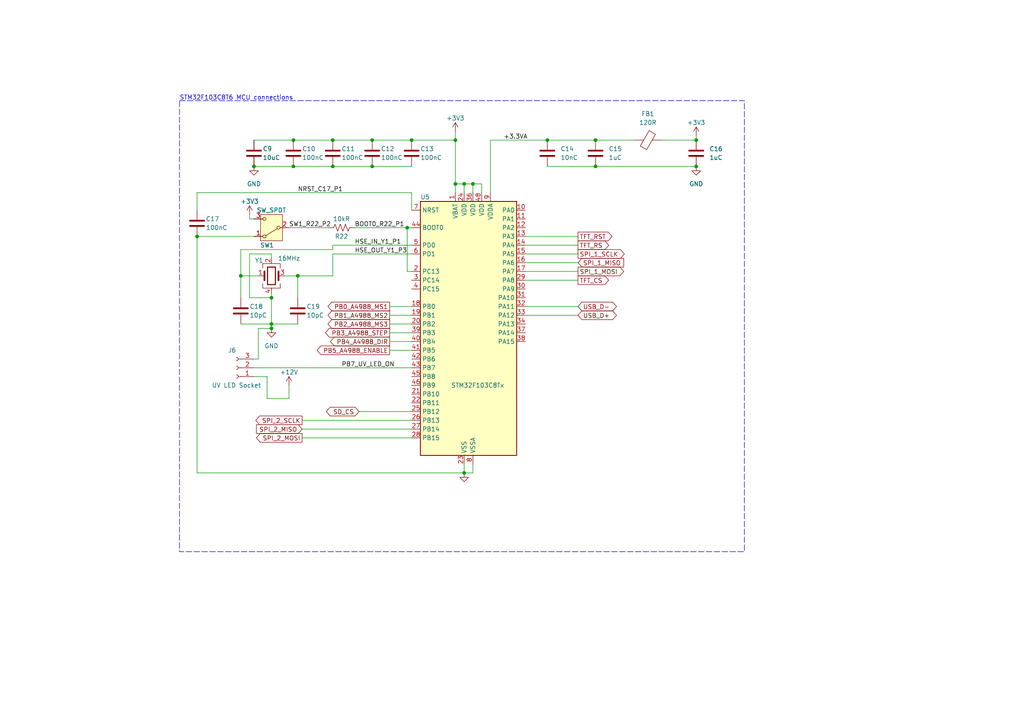
<source format=kicad_sch>
(kicad_sch (version 20230121) (generator eeschema)
  (paper "A4")
  (title_block (title "STM32F103C8T6_MCU") (date "2024-02-27") (rev "1.0") (company "Sidharth Sreeram"))
  (lib_symbols
    (symbol "Connector:Conn_01x03_Socket" (pin_names (offset 1.016) hide)
      (property "Reference" "J" (at 0 5.08 0))
      (property "Value" "Conn_01x03_Socket" (at 0 -5.08 0))
      (symbol "Conn_01x03_Socket_1_1"
        (arc (start 0 -2.032) (mid -0.5058 -2.54) (end 0 -3.048) (stroke (width 0.1524)))
        (polyline (pts (xy -1.27 -2.54) (xy -0.508 -2.54)) (stroke (width 0.1524)))
        (polyline (pts (xy -1.27 0) (xy -0.508 0)) (stroke (width 0.1524)))
        (polyline (pts (xy -1.27 2.54) (xy -0.508 2.54)) (stroke (width 0.1524)))
        (arc (start 0 0.508) (mid -0.5058 0) (end 0 -0.508) (stroke (width 0.1524)))
        (arc (start 0 3.048) (mid -0.5058 2.54) (end 0 2.032) (stroke (width 0.1524)))
        (pin passive line (at -5.08 2.54 0) (length 3.81) (name "Pin_1") (number "1"))
        (pin passive line (at -5.08 0 0) (length 3.81) (name "Pin_2") (number "2"))
        (pin passive line (at -5.08 -2.54 0) (length 3.81) (name "Pin_3") (number "3"))
      )
    )
    (symbol "Device:C" (pin_numbers hide) (pin_names (offset 0.254))
      (property "Reference" "C" (at 0.635 2.54 0))
      (property "Value" "C" (at 0.635 -2.54 0))
      (symbol "C_0_1"
        (polyline (pts (xy -2.032 -0.762) (xy 2.032 -0.762)) (stroke (width 0.508)))
        (polyline (pts (xy -2.032 0.762) (xy 2.032 0.762)) (stroke (width 0.508)))
      )
      (symbol "C_1_1"
        (pin passive line (at 0 3.81 270) (length 2.794) (name "~") (number "1"))
        (pin passive line (at 0 -3.81 90) (length 2.794) (name "~") (number "2"))
      )
    )
    (symbol "Device:Crystal_GND24" (pin_names (offset 1.016) hide)
      (property "Reference" "Y" (at 3.175 5.08 0))
      (property "Value" "Crystal_GND24" (at 3.175 3.175 0))
      (symbol "Crystal_GND24_0_1"
        (rectangle (start -1.143 2.54) (end 1.143 -2.54) (stroke (width 0.3048)))
        (polyline (pts (xy -2.54 0) (xy -2.032 0)))
        (polyline (pts (xy -2.032 -1.27) (xy -2.032 1.27)) (stroke (width 0.508)))
        (polyline (pts (xy 0 -3.81) (xy 0 -3.556)))
        (polyline (pts (xy 0 3.556) (xy 0 3.81)))
        (polyline (pts (xy 2.032 -1.27) (xy 2.032 1.27)) (stroke (width 0.508)))
        (polyline (pts (xy 2.032 0) (xy 2.54 0)))
        (polyline (pts (xy -2.54 -2.286) (xy -2.54 -3.556) (xy 2.54 -3.556) (xy 2.54 -2.286)))
        (polyline (pts (xy -2.54 2.286) (xy -2.54 3.556) (xy 2.54 3.556) (xy 2.54 2.286)))
      )
      (symbol "Crystal_GND24_1_1"
        (pin passive line (at -3.81 0 0) (length 1.27) (name "1") (number "1"))
        (pin passive line (at 0 5.08 270) (length 1.27) (name "2") (number "2"))
        (pin passive line (at 3.81 0 180) (length 1.27) (name "3") (number "3"))
        (pin passive line (at 0 -5.08 90) (length 1.27) (name "4") (number "4"))
      )
    )
    (symbol "Device:FerriteBead" (pin_numbers hide) (pin_names (offset 0))
      (property "Reference" "FB" (at -3.81 0.635 90))
      (property "Value" "FerriteBead" (at 3.81 0 90))
      (symbol "FerriteBead_0_1"
        (polyline (pts (xy 0 -1.27) (xy 0 -1.2192)))
        (polyline (pts (xy 0 1.27) (xy 0 1.2954)))
        (polyline (pts (xy -2.7686 0.4064) (xy -1.7018 2.2606) (xy 2.7686 -0.3048) (xy 1.6764 -2.159) (xy -2.7686 0.4064)))
      )
      (symbol "FerriteBead_1_1"
        (pin passive line (at 0 3.81 270) (length 2.54) (name "~") (number "1"))
        (pin passive line (at 0 -3.81 90) (length 2.54) (name "~") (number "2"))
      )
    )
    (symbol "Device:R_US" (pin_numbers hide) (pin_names (offset 0))
      (property "Reference" "R" (at 2.54 0 90))
      (property "Value" "R_US" (at -2.54 0 90))
      (symbol "R_US_0_1"
        (polyline (pts (xy 0 -2.286) (xy 0 -2.54)))
        (polyline (pts (xy 0 2.286) (xy 0 2.54)))
        (polyline (pts (xy 0 -0.762) (xy 1.016 -1.143) (xy 0 -1.524) (xy -1.016 -1.905) (xy 0 -2.286)))
        (polyline (pts (xy 0 0.762) (xy 1.016 0.381) (xy 0 0) (xy -1.016 -0.381) (xy 0 -0.762)))
        (polyline (pts (xy 0 2.286) (xy 1.016 1.905) (xy 0 1.524) (xy -1.016 1.143) (xy 0 0.762)))
      )
      (symbol "R_US_1_1"
        (pin passive line (at 0 3.81 270) (length 1.27) (name "~") (number "1"))
        (pin passive line (at 0 -3.81 90) (length 1.27) (name "~") (number "2"))
      )
    )
    (symbol "MCU_ST_STM32F1:STM32F103C8Tx"
      (property "Reference" "U" (at -12.7 39.37 0))
      (property "Value" "STM32F103C8Tx" (at 10.16 39.37 0))
      (symbol "STM32F103C8Tx_0_1"
        (rectangle (start -12.7 -35.56) (end 15.24 38.1) (stroke (width 0.254)) (fill (type background)))
      )
      (symbol "STM32F103C8Tx_1_1"
        (pin power_in line (at -2.54 40.64 270) (length 2.54) (name "VBAT") (number "1"))
        (pin bidirectional line (at 17.78 35.56 180) (length 2.54) (name "PA0") (number "10"))
        (pin bidirectional line (at 17.78 33.02 180) (length 2.54) (name "PA1") (number "11"))
        (pin bidirectional line (at 17.78 30.48 180) (length 2.54) (name "PA2") (number "12"))
        (pin bidirectional line (at 17.78 27.94 180) (length 2.54) (name "PA3") (number "13"))
        (pin bidirectional line (at 17.78 25.4 180) (length 2.54) (name "PA4") (number "14"))
        (pin bidirectional line (at 17.78 22.86 180) (length 2.54) (name "PA5") (number "15"))
        (pin bidirectional line (at 17.78 20.32 180) (length 2.54) (name "PA6") (number "16"))
        (pin bidirectional line (at 17.78 17.78 180) (length 2.54) (name "PA7") (number "17"))
        (pin bidirectional line (at -15.24 7.62 0) (length 2.54) (name "PB0") (number "18"))
        (pin bidirectional line (at -15.24 5.08 0) (length 2.54) (name "PB1") (number "19"))
        (pin bidirectional line (at -15.24 17.78 0) (length 2.54) (name "PC13") (number "2"))
        (pin bidirectional line (at -15.24 2.54 0) (length 2.54) (name "PB2") (number "20"))
        (pin bidirectional line (at -15.24 -17.78 0) (length 2.54) (name "PB10") (number "21"))
        (pin bidirectional line (at -15.24 -20.32 0) (length 2.54) (name "PB11") (number "22"))
        (pin power_in line (at 0 -38.1 90) (length 2.54) (name "VSS") (number "23"))
        (pin power_in line (at 0 40.64 270) (length 2.54) (name "VDD") (number "24"))
        (pin bidirectional line (at -15.24 -22.86 0) (length 2.54) (name "PB12") (number "25"))
        (pin bidirectional line (at -15.24 -25.4 0) (length 2.54) (name "PB13") (number "26"))
        (pin bidirectional line (at -15.24 -27.94 0) (length 2.54) (name "PB14") (number "27"))
        (pin bidirectional line (at -15.24 -30.48 0) (length 2.54) (name "PB15") (number "28"))
        (pin bidirectional line (at 17.78 15.24 180) (length 2.54) (name "PA8") (number "29"))
        (pin bidirectional line (at -15.24 15.24 0) (length 2.54) (name "PC14") (number "3"))
        (pin bidirectional line (at 17.78 12.7 180) (length 2.54) (name "PA9") (number "30"))
        (pin bidirectional line (at 17.78 10.16 180) (length 2.54) (name "PA10") (number "31"))
        (pin bidirectional line (at 17.78 7.62 180) (length 2.54) (name "PA11") (number "32"))
        (pin bidirectional line (at 17.78 5.08 180) (length 2.54) (name "PA12") (number "33"))
        (pin bidirectional line (at 17.78 2.54 180) (length 2.54) (name "PA13") (number "34"))
        (pin passive line (at 0 -38.1 90) (length 2.54) hide (name "VSS") (number "35"))
        (pin power_in line (at 2.54 40.64 270) (length 2.54) (name "VDD") (number "36"))
        (pin bidirectional line (at 17.78 0 180) (length 2.54) (name "PA14") (number "37"))
        (pin bidirectional line (at 17.78 -2.54 180) (length 2.54) (name "PA15") (number "38"))
        (pin bidirectional line (at -15.24 0 0) (length 2.54) (name "PB3") (number "39"))
        (pin bidirectional line (at -15.24 12.7 0) (length 2.54) (name "PC15") (number "4"))
        (pin bidirectional line (at -15.24 -2.54 0) (length 2.54) (name "PB4") (number "40"))
        (pin bidirectional line (at -15.24 -5.08 0) (length 2.54) (name "PB5") (number "41"))
        (pin bidirectional line (at -15.24 -7.62 0) (length 2.54) (name "PB6") (number "42"))
        (pin bidirectional line (at -15.24 -10.16 0) (length 2.54) (name "PB7") (number "43"))
        (pin input line (at -15.24 30.48 0) (length 2.54) (name "BOOT0") (number "44"))
        (pin bidirectional line (at -15.24 -12.7 0) (length 2.54) (name "PB8") (number "45"))
        (pin bidirectional line (at -15.24 -15.24 0) (length 2.54) (name "PB9") (number "46"))
        (pin passive line (at 0 -38.1 90) (length 2.54) hide (name "VSS") (number "47"))
        (pin power_in line (at 5.08 40.64 270) (length 2.54) (name "VDD") (number "48"))
        (pin bidirectional line (at -15.24 25.4 0) (length 2.54) (name "PD0") (number "5"))
        (pin bidirectional line (at -15.24 22.86 0) (length 2.54) (name "PD1") (number "6"))
        (pin input line (at -15.24 35.56 0) (length 2.54) (name "NRST") (number "7"))
        (pin power_in line (at 2.54 -38.1 90) (length 2.54) (name "VSSA") (number "8"))
        (pin power_in line (at 7.62 40.64 270) (length 2.54) (name "VDDA") (number "9"))
      )
    )
    (symbol "Switch:SW_SPDT" (pin_names (offset 0) hide)
      (property "Reference" "SW" (at 0 5.08 0))
      (property "Value" "SW_SPDT" (at 0 -5.08 0))
      (symbol "SW_SPDT_0_1"
        (circle (center -2.032 0) (radius 0.4572))
        (polyline (pts (xy -1.651 0.254) (xy 1.651 2.286)))
        (circle (center 2.032 -2.54) (radius 0.4572))
        (circle (center 2.032 2.54) (radius 0.4572))
      )
      (symbol "SW_SPDT_1_1"
        (rectangle (start -3.175 3.81) (end 3.175 -3.81) (fill (type background)))
        (pin passive line (at 5.08 2.54 180) (length 2.54) (name "A") (number "1"))
        (pin passive line (at -5.08 0 0) (length 2.54) (name "B") (number "2"))
        (pin passive line (at 5.08 -2.54 180) (length 2.54) (name "C") (number "3"))
      )
    )
    (symbol "power:+12V" (power) (pin_names (offset 0))
      (property "Value" "+12V" (at 0 3.556 0))
      (symbol "+12V_0_1"
        (polyline (pts (xy -0.762 1.27) (xy 0 2.54)))
        (polyline (pts (xy 0 0) (xy 0 2.54)))
        (polyline (pts (xy 0 2.54) (xy 0.762 1.27)))
      )
      (symbol "+12V_1_1"
        (pin power_in line (at 0 0 90) (length 0) hide (name "+12V") (number "1"))
      )
    )
    (symbol "power:+3V3" (power) (pin_names (offset 0))
      (property "Value" "+3V3" (at 0 3.556 0))
      (symbol "+3V3_0_1"
        (polyline (pts (xy -0.762 1.27) (xy 0 2.54)))
        (polyline (pts (xy 0 0) (xy 0 2.54)))
        (polyline (pts (xy 0 2.54) (xy 0.762 1.27)))
      )
      (symbol "+3V3_1_1"
        (pin power_in line (at 0 0 90) (length 0) hide (name "+3V3") (number "1"))
      )
    )
    (symbol "power:GND" (power) (pin_names (offset 0))
      (property "Value" "GND" (at 0 -3.81 0))
      (symbol "GND_0_1"
        (polyline (pts (xy 0 0) (xy 0 -1.27) (xy 1.27 -1.27) (xy 0 -2.54) (xy -1.27 -1.27) (xy 0 -1.27)))
      )
      (symbol "GND_1_1"
        (pin power_in line (at 0 0 270) (length 0) hide (name "GND") (number "1"))
      )
    )
  )
  (junction (at 132.08 53.34))
  (junction (at 96.52 48.26))
  (junction (at 201.93 48.26))
  (junction (at 172.72 40.64))
  (junction (at 78.74 95.25))
  (junction (at 172.72 48.26))
  (junction (at 85.09 40.64))
  (junction (at 119.38 40.64))
  (junction (at 118.11 66.04))
  (junction (at 158.75 40.64))
  (junction (at 57.15 68.58))
  (junction (at 96.52 40.64))
  (junction (at 85.09 48.26))
  (junction (at 69.85 80.01))
  (junction (at 78.74 93.98))
  (junction (at 137.16 53.34))
  (junction (at 78.74 86.36))
  (junction (at 132.08 40.64))
  (junction (at 201.93 40.64))
  (junction (at 134.62 53.34))
  (junction (at 107.95 48.26))
  (junction (at 134.62 137.16))
  (junction (at 86.36 80.01))
  (junction (at 107.95 40.64))
  (junction (at 73.66 48.26))
  (wire (pts (xy 118.11 78.74) (xy 119.38 78.74)))
  (wire (pts (xy 134.62 53.34) (xy 134.62 55.88)))
  (wire (pts (xy 119.38 40.64) (xy 132.08 40.64)))
  (wire (pts (xy 73.66 109.22) (xy 77.47 109.22)))
  (wire (pts (xy 73.66 48.26) (xy 85.09 48.26)))
  (wire (pts (xy 119.38 124.46) (xy 87.63 124.46)))
  (wire (pts (xy 78.74 93.98) (xy 86.36 93.98)))
  (wire (pts (xy 119.38 55.88) (xy 119.38 60.96)))
  (wire (pts (xy 191.77 40.64) (xy 201.93 40.64)))
  (wire (pts (xy 77.47 109.22) (xy 77.47 115.57)))
  (wire (pts (xy 119.38 127) (xy 87.63 127)))
  (wire (pts (xy 134.62 53.34) (xy 137.16 53.34)))
  (wire (pts (xy 73.66 106.68) (xy 119.38 106.68)))
  (wire (pts (xy 78.74 73.66) (xy 72.39 73.66)))
  (wire (pts (xy 85.09 48.26) (xy 96.52 48.26)))
  (wire (pts (xy 152.4 71.12) (xy 167.64 71.12)))
  (wire (pts (xy 77.47 115.57) (xy 83.82 115.57)))
  (wire (pts (xy 82.55 80.01) (xy 86.36 80.01)))
  (wire (pts (xy 152.4 78.74) (xy 167.64 78.74)))
  (wire (pts (xy 152.4 91.44) (xy 167.64 91.44)))
  (wire (pts (xy 137.16 137.16) (xy 137.16 134.62)))
  (wire (pts (xy 132.08 53.34) (xy 134.62 53.34)))
  (wire (pts (xy 74.93 104.14) (xy 74.93 95.25)))
  (wire (pts (xy 119.38 119.38) (xy 104.14 119.38)))
  (wire (pts (xy 102.87 66.04) (xy 118.11 66.04)))
  (wire (pts (xy 57.15 137.16) (xy 134.62 137.16)))
  (wire (pts (xy 134.62 137.16) (xy 134.62 134.62)))
  (wire (pts (xy 113.03 96.52) (xy 119.38 96.52)))
  (wire (pts (xy 73.66 63.5) (xy 72.39 63.5)))
  (wire (pts (xy 96.52 72.39) (xy 96.52 71.12)))
  (wire (pts (xy 69.85 80.01) (xy 69.85 72.39)))
  (wire (pts (xy 118.11 66.04) (xy 119.38 66.04)))
  (wire (pts (xy 83.82 66.04) (xy 95.25 66.04)))
  (wire (pts (xy 69.85 93.98) (xy 78.74 93.98)))
  (wire (pts (xy 152.4 81.28) (xy 167.64 81.28)))
  (wire (pts (xy 86.36 80.01) (xy 96.52 80.01)))
  (wire (pts (xy 119.38 88.9) (xy 113.03 88.9)))
  (wire (pts (xy 152.4 76.2) (xy 167.64 76.2)))
  (wire (pts (xy 113.03 99.06) (xy 119.38 99.06)))
  (wire (pts (xy 152.4 73.66) (xy 167.64 73.66)))
  (wire (pts (xy 57.15 68.58) (xy 57.15 137.16)))
  (wire (pts (xy 78.74 93.98) (xy 78.74 95.25)))
  (wire (pts (xy 83.82 111.76) (xy 83.82 115.57)))
  (wire (pts (xy 57.15 55.88) (xy 119.38 55.88)))
  (wire (pts (xy 172.72 48.26) (xy 201.93 48.26)))
  (wire (pts (xy 201.93 39.37) (xy 201.93 40.64)))
  (wire (pts (xy 139.7 53.34) (xy 139.7 55.88)))
  (wire (pts (xy 85.09 40.64) (xy 96.52 40.64)))
  (wire (pts (xy 74.93 104.14) (xy 73.66 104.14)))
  (wire (pts (xy 78.74 74.93) (xy 78.74 73.66)))
  (wire (pts (xy 134.62 137.16) (xy 137.16 137.16)))
  (wire (pts (xy 119.38 121.92) (xy 87.63 121.92)))
  (wire (pts (xy 137.16 53.34) (xy 137.16 55.88)))
  (wire (pts (xy 152.4 88.9) (xy 167.64 88.9)))
  (wire (pts (xy 118.11 66.04) (xy 118.11 78.74)))
  (wire (pts (xy 96.52 73.66) (xy 119.38 73.66)))
  (wire (pts (xy 73.66 40.64) (xy 85.09 40.64)))
  (wire (pts (xy 107.95 40.64) (xy 119.38 40.64)))
  (wire (pts (xy 158.75 48.26) (xy 172.72 48.26)))
  (wire (pts (xy 57.15 68.58) (xy 73.66 68.58)))
  (wire (pts (xy 96.52 71.12) (xy 119.38 71.12)))
  (wire (pts (xy 107.95 48.26) (xy 119.38 48.26)))
  (wire (pts (xy 72.39 73.66) (xy 72.39 86.36)))
  (wire (pts (xy 74.93 95.25) (xy 78.74 95.25)))
  (wire (pts (xy 69.85 80.01) (xy 74.93 80.01)))
  (wire (pts (xy 158.75 40.64) (xy 172.72 40.64)))
  (wire (pts (xy 69.85 72.39) (xy 96.52 72.39)))
  (wire (pts (xy 78.74 86.36) (xy 78.74 85.09)))
  (wire (pts (xy 113.03 101.6) (xy 119.38 101.6)))
  (wire (pts (xy 142.24 40.64) (xy 158.75 40.64)))
  (wire (pts (xy 132.08 40.64) (xy 132.08 53.34)))
  (wire (pts (xy 86.36 80.01) (xy 86.36 86.36)))
  (wire (pts (xy 152.4 68.58) (xy 167.64 68.58)))
  (wire (pts (xy 96.52 48.26) (xy 107.95 48.26)))
  (wire (pts (xy 78.74 93.98) (xy 78.74 86.36)))
  (wire (pts (xy 113.03 93.98) (xy 119.38 93.98)))
  (wire (pts (xy 132.08 38.1) (xy 132.08 40.64)))
  (wire (pts (xy 69.85 80.01) (xy 69.85 86.36)))
  (wire (pts (xy 113.03 91.44) (xy 119.38 91.44)))
  (wire (pts (xy 137.16 53.34) (xy 139.7 53.34)))
  (wire (pts (xy 57.15 55.88) (xy 57.15 60.96)))
  (wire (pts (xy 72.39 86.36) (xy 78.74 86.36)))
  (wire (pts (xy 96.52 80.01) (xy 96.52 73.66)))
  (wire (pts (xy 96.52 40.64) (xy 107.95 40.64)))
  (wire (pts (xy 142.24 40.64) (xy 142.24 55.88)))
  (wire (pts (xy 132.08 53.34) (xy 132.08 55.88)))
  (wire (pts (xy 72.39 62.23) (xy 72.39 63.5)))
  (wire (pts (xy 172.72 40.64) (xy 184.15 40.64)))
  (rectangle (start 52.07 29.21) (end 215.9 160.02) (stroke (width 0) (type dash)))
  (text "STM32F103C8T6 MCU connections" (at 52.07 29.21 0) (effects (font (size 1.27 1.27)) (justify left bottom)))
  (label "PB7_UV_LED_ON" (at 99.06 106.68 0))
  (label "SW1_R22_P2" (at 83.82 66.04 0))
  (label "HSE_IN_Y1_P1" (at 102.87 71.12 0))
  (label "BOOT0_R22_P1" (at 102.87 66.04 0))
  (label "NRST_C17_P1" (at 86.36 55.88 0))
  (label "+3.3VA" (at 146.05 40.64 0))
  (label "HSE_OUT_Y1_P3" (at 102.87 73.66 0))
  (global_label "SPI_2_MISO" (shape input) (at 87.63 124.46 180) (property "Intersheetrefs" "${INTERSHEET_REFS}" (effects hide)))
  (global_label "PB4_A4988_DIR" (shape output) (at 113.03 99.06 180) (property "Intersheetrefs" "${INTERSHEET_REFS}" (effects hide)))
  (global_label "SD_CS" (shape bidirectional) (at 104.14 119.38 180) (property "Intersheetrefs" "${INTERSHEET_REFS}" (effects hide)))
  (global_label "TFT_RST" (shape output) (at 167.64 68.58 0) (property "Intersheetrefs" "${INTERSHEET_REFS}" (effects hide)))
  (global_label "PB0_A4988_MS1" (shape output) (at 113.03 88.9 180) (property "Intersheetrefs" "${INTERSHEET_REFS}" (effects hide)))
  (global_label "TFT_CS" (shape output) (at 167.64 81.28 0) (property "Intersheetrefs" "${INTERSHEET_REFS}" (effects hide)))
  (global_label "SPI_1_SCLK" (shape output) (at 167.64 73.66 0) (property "Intersheetrefs" "${INTERSHEET_REFS}" (effects hide)))
  (global_label "TFT_RS" (shape output) (at 167.64 71.12 0) (property "Intersheetrefs" "${INTERSHEET_REFS}" (effects hide)))
  (global_label "USB_D+" (shape bidirectional) (at 167.64 91.44 0) (property "Intersheetrefs" "${INTERSHEET_REFS}" (effects hide)))
  (global_label "SPI_2_MOSI" (shape output) (at 87.63 127 180) (property "Intersheetrefs" "${INTERSHEET_REFS}" (effects hide)))
  (global_label "USB_D-" (shape bidirectional) (at 167.64 88.9 0) (property "Intersheetrefs" "${INTERSHEET_REFS}" (effects hide)))
  (global_label "PB3_A4988_STEP" (shape output) (at 113.03 96.52 180) (property "Intersheetrefs" "${INTERSHEET_REFS}" (effects hide)))
  (global_label "SPI_1_MISO" (shape input) (at 167.64 76.2 0) (property "Intersheetrefs" "${INTERSHEET_REFS}" (effects hide)))
  (global_label "SPI_1_MOSI" (shape output) (at 167.64 78.74 0) (property "Intersheetrefs" "${INTERSHEET_REFS}" (effects hide)))
  (global_label "PB1_A4988_MS2" (shape output) (at 113.03 91.44 180) (property "Intersheetrefs" "${INTERSHEET_REFS}" (effects hide)))
  (global_label "PB2_A4988_MS3" (shape output) (at 113.03 93.98 180) (property "Intersheetrefs" "${INTERSHEET_REFS}" (effects hide)))
  (global_label "PB5_A4988_ENABLE" (shape output) (at 113.03 101.6 180) (property "Intersheetrefs" "${INTERSHEET_REFS}" (effects hide)))
  (global_label "SPI_2_SCLK" (shape output) (at 87.63 121.92 180) (property "Intersheetrefs" "${INTERSHEET_REFS}" (effects hide)))
  (symbol (lib_id "Device:C") (at 73.66 44.45 0) (unit 1)
    (property "Reference" "C9" (at 76.2 43.18 0) (effects (justify left)))
    (property "Value" "10uC" (at 76.2 45.72 0) (effects (justify left)))
  )
  (symbol (lib_id "Device:C") (at 201.93 44.45 0) (unit 1)
    (property "Reference" "C16" (at 205.74 43.18 0) (effects (justify left)))
    (property "Value" "1uC" (at 205.74 45.72 0) (effects (justify left)))
  )
  (symbol (lib_id "power:+3V3") (at 201.93 39.37 0) (unit 1)
    (property "Reference" "#PWR025" (effects hide))
    (property "Value" "+3V3" (at 201.93 35.56 0))
  )
  (symbol (lib_id "Device:R_US") (at 99.06 66.04 270) (unit 1)
    (property "Reference" "R22" (at 99.06 68.58 90))
    (property "Value" "10kR" (at 99.06 63.5 90))
  )
  (symbol (lib_id "power:+3V3") (at 72.39 62.23 0) (unit 1)
    (property "Reference" "#PWR027" (effects hide))
    (property "Value" "+3V3" (at 72.39 58.42 0))
  )
  (symbol (lib_id "Device:FerriteBead") (at 187.96 40.64 90) (unit 1)
    (property "Reference" "FB1" (at 187.9092 33.02 90))
    (property "Value" "120R" (at 187.9092 35.56 90))
  )
  (symbol (lib_id "Device:C") (at 119.38 44.45 0) (unit 1)
    (property "Reference" "C13" (at 121.92 43.18 0) (effects (justify left)))
    (property "Value" "100nC" (at 121.92 45.72 0) (effects (justify left)))
  )
  (symbol (lib_id "Device:C") (at 172.72 44.45 0) (unit 1)
    (property "Reference" "C15" (at 176.53 43.18 0) (effects (justify left)))
    (property "Value" "1uC" (at 176.53 45.72 0) (effects (justify left)))
  )
  (symbol (lib_id "power:+12V") (at 83.82 111.76 0) (unit 1)
    (property "Reference" "#PWR08" (effects hide))
    (property "Value" "+12V" (at 83.82 107.95 0))
  )
  (symbol (lib_id "power:GND") (at 134.62 137.16 0) (unit 1)
    (property "Reference" "#PWR021" (effects hide))
    (property "Value" "GND" (effects hide))
  )
  (symbol (lib_id "Device:C") (at 69.85 90.17 0) (unit 1)
    (property "Reference" "C18" (at 72.39 88.9 0) (effects (justify left)))
    (property "Value" "10pC" (at 72.39 91.44 0) (effects (justify left)))
  )
  (symbol (lib_id "Connector:Conn_01x03_Socket") (at 68.58 106.68 180) (unit 1)
    (property "Reference" "J6" (at 67.31 101.6 0))
    (property "Value" "UV LED Socket" (at 68.58 111.76 0))
  )
  (symbol (lib_id "power:GND") (at 73.66 48.26 0) (unit 1)
    (property "Reference" "#PWR023" (effects hide))
    (property "Value" "GND" (at 73.66 53.34 0))
  )
  (symbol (lib_id "MCU_ST_STM32F1:STM32F103C8Tx") (at 134.62 96.52 0) (unit 1)
    (property "Reference" "U5" (at 121.92 57.15 0) (effects (justify left)))
    (property "Value" "STM32F103C8Tx" (at 130.81 111.76 0) (effects (justify left)))
    (property "Footprint" "Package_QFP:LQFP-48_7x7mm_P0.5mm" (effects hide))
    (property "Datasheet" "https://www.st.com/resource/en/datasheet/stm32f103c8.pdf" (effects hide))
  )
  (symbol (lib_id "Device:C") (at 57.15 64.77 0) (unit 1)
    (property "Reference" "C17" (at 59.69 63.5 0) (effects (justify left)))
    (property "Value" "100nC" (at 59.69 66.04 0) (effects (justify left)))
  )
  (symbol (lib_id "Switch:SW_SPDT") (at 78.74 66.04 180) (unit 1)
    (property "Reference" "SW1" (at 77.47 71.12 0))
    (property "Value" "SW_SPDT" (at 78.74 60.96 0))
  )
  (symbol (lib_id "Device:C") (at 158.75 44.45 0) (unit 1)
    (property "Reference" "C14" (at 162.56 43.18 0) (effects (justify left)))
    (property "Value" "10nC" (at 162.56 45.72 0) (effects (justify left)))
  )
  (symbol (lib_id "Device:C") (at 85.09 44.45 0) (unit 1)
    (property "Reference" "C10" (at 87.63 43.18 0) (effects (justify left)))
    (property "Value" "100nC" (at 87.63 45.72 0) (effects (justify left)))
  )
  (symbol (lib_id "power:+3V3") (at 132.08 38.1 0) (unit 1)
    (property "Reference" "#PWR022" (effects hide))
    (property "Value" "+3V3" (at 132.08 34.29 0))
  )
  (symbol (lib_id "power:GND") (at 201.93 48.26 0) (unit 1)
    (property "Reference" "#PWR026" (effects hide))
    (property "Value" "GND" (at 201.93 53.34 0))
  )
  (symbol (lib_id "power:GND") (at 78.74 95.25 0) (unit 1)
    (property "Reference" "#PWR028" (effects hide))
    (property "Value" "GND" (at 78.74 100.33 0))
  )
  (symbol (lib_id "Device:C") (at 96.52 44.45 0) (unit 1)
    (property "Reference" "C11" (at 99.06 43.18 0) (effects (justify left)))
    (property "Value" "100nC" (at 99.06 45.72 0) (effects (justify left)))
  )
  (symbol (lib_id "Device:C") (at 86.36 90.17 0) (unit 1)
    (property "Reference" "C19" (at 88.9 88.9 0) (effects (justify left)))
    (property "Value" "10pC" (at 88.9 91.44 0) (effects (justify left)))
  )
  (symbol (lib_id "Device:Crystal_GND24") (at 78.74 80.01 0) (unit 1)
    (property "Reference" "Y1" (at 75.1445 75.537 0))
    (property "Value" "16MHz" (at 83.82 74.93 0))
  )
  (symbol (lib_id "Device:C") (at 107.95 44.45 0) (unit 1)
    (property "Reference" "C12" (at 110.49 43.18 0) (effects (justify left)))
    (property "Value" "100nC" (at 110.49 45.72 0) (effects (justify left)))
  )
)
</source>
